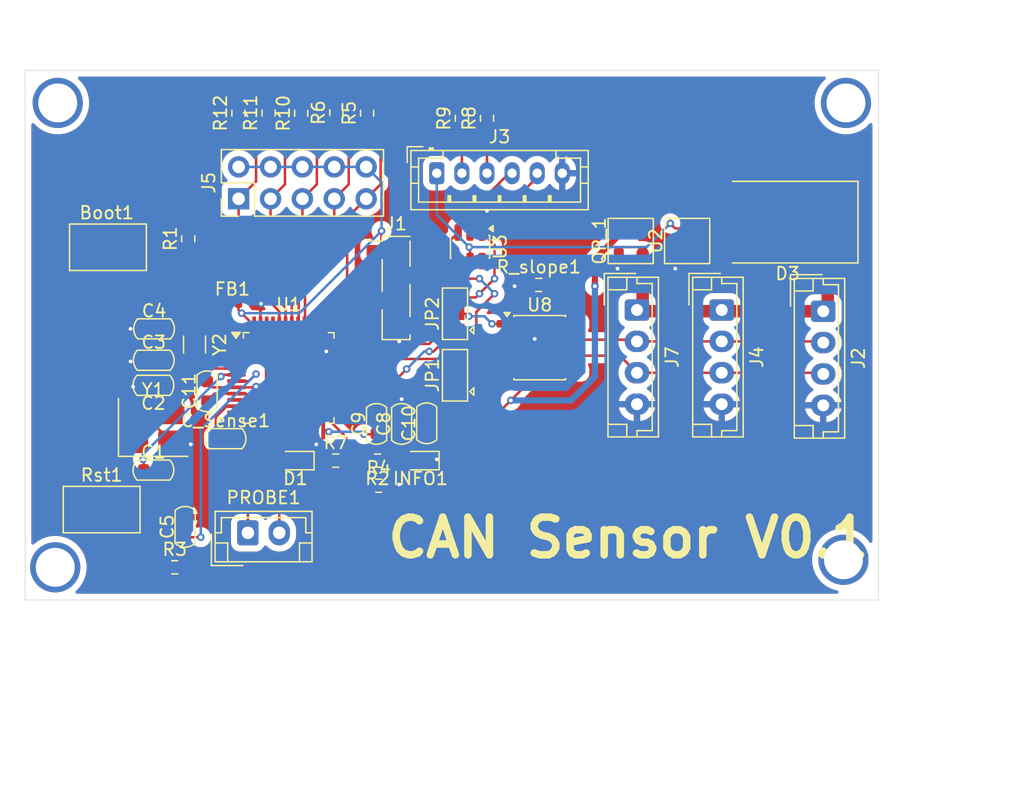
<source format=kicad_pcb>
(kicad_pcb
	(version 20241229)
	(generator "pcbnew")
	(generator_version "9.0")
	(general
		(thickness 1.6)
		(legacy_teardrops no)
	)
	(paper "A4")
	(layers
		(0 "F.Cu" signal)
		(2 "B.Cu" signal)
		(9 "F.Adhes" user "F.Adhesive")
		(11 "B.Adhes" user "B.Adhesive")
		(13 "F.Paste" user)
		(15 "B.Paste" user)
		(5 "F.SilkS" user "F.Silkscreen")
		(7 "B.SilkS" user "B.Silkscreen")
		(1 "F.Mask" user)
		(3 "B.Mask" user)
		(17 "Dwgs.User" user "User.Drawings")
		(19 "Cmts.User" user "User.Comments")
		(21 "Eco1.User" user "User.Eco1")
		(23 "Eco2.User" user "User.Eco2")
		(25 "Edge.Cuts" user)
		(27 "Margin" user)
		(31 "F.CrtYd" user "F.Courtyard")
		(29 "B.CrtYd" user "B.Courtyard")
		(35 "F.Fab" user)
		(33 "B.Fab" user)
		(39 "User.1" user)
		(41 "User.2" user)
		(43 "User.3" user)
		(45 "User.4" user)
	)
	(setup
		(pad_to_mask_clearance 0)
		(allow_soldermask_bridges_in_footprints no)
		(tenting front back)
		(pcbplotparams
			(layerselection 0x00000000_00000000_55555555_5755f5ff)
			(plot_on_all_layers_selection 0x00000000_00000000_00000000_00000000)
			(disableapertmacros no)
			(usegerberextensions no)
			(usegerberattributes yes)
			(usegerberadvancedattributes yes)
			(creategerberjobfile yes)
			(dashed_line_dash_ratio 12.000000)
			(dashed_line_gap_ratio 3.000000)
			(svgprecision 4)
			(plotframeref no)
			(mode 1)
			(useauxorigin no)
			(hpglpennumber 1)
			(hpglpenspeed 20)
			(hpglpendiameter 15.000000)
			(pdf_front_fp_property_popups yes)
			(pdf_back_fp_property_popups yes)
			(pdf_metadata yes)
			(pdf_single_document no)
			(dxfpolygonmode yes)
			(dxfimperialunits yes)
			(dxfusepcbnewfont yes)
			(psnegative no)
			(psa4output no)
			(plot_black_and_white yes)
			(sketchpadsonfab no)
			(plotpadnumbers no)
			(hidednponfab no)
			(sketchdnponfab yes)
			(crossoutdnponfab yes)
			(subtractmaskfromsilk no)
			(outputformat 1)
			(mirror no)
			(drillshape 1)
			(scaleselection 1)
			(outputdirectory "")
		)
	)
	(net 0 "")
	(net 1 "+3V3")
	(net 2 "/VREF")
	(net 3 "Net-(D3-A)")
	(net 4 "GND")
	(net 5 "unconnected-(U1-PB15-Pad28)")
	(net 6 "Net-(J2-Pin_2)")
	(net 7 "/SWDIO")
	(net 8 "Net-(J2-Pin_3)")
	(net 9 "/SWCLK")
	(net 10 "/BOOT")
	(net 11 "Net-(J3-Pin_3)")
	(net 12 "unconnected-(U1-PB10-Pad21)")
	(net 13 "unconnected-(U1-PA10-Pad31)")
	(net 14 "unconnected-(U1-PB8-Pad45)")
	(net 15 "Net-(U1-OSC_IN)")
	(net 16 "CAN_POWER")
	(net 17 "Net-(J3-Pin_2)")
	(net 18 "unconnected-(U1-PC13-Pad2)")
	(net 19 "Net-(U1-OSC_OUT)")
	(net 20 "Net-(U8-Rs)")
	(net 21 "unconnected-(U1-PA7-Pad17)")
	(net 22 "unconnected-(U1-PB12-Pad25)")
	(net 23 "unconnected-(U1-PB14-Pad27)")
	(net 24 "unconnected-(U1-PA15-Pad38)")
	(net 25 "USB_BUS")
	(net 26 "unconnected-(U1-PB9-Pad46)")
	(net 27 "unconnected-(U1-VBAT-Pad1)")
	(net 28 "unconnected-(U1-PB11-Pad22)")
	(net 29 "PB2")
	(net 30 "Net-(U1-PC14)")
	(net 31 "unconnected-(U1-PA5-Pad15)")
	(net 32 "PA11")
	(net 33 "/NRST")
	(net 34 "P_GND")
	(net 35 "C_AB")
	(net 36 "unconnected-(U1-PA0-Pad10)")
	(net 37 "unconnected-(U1-PB13-Pad26)")
	(net 38 "unconnected-(U1-PA6-Pad16)")
	(net 39 "C_1")
	(net 40 "PA12")
	(net 41 "Net-(U1-PC15)")
	(net 42 "TRIG_THRES")
	(net 43 "C_2")
	(net 44 "unconnected-(U1-PA2-Pad12)")
	(net 45 "Q")
	(net 46 "unconnected-(U1-PA4-Pad14)")
	(net 47 "unconnected-(U1-PA3-Pad13)")
	(net 48 "CAN_RX")
	(net 49 "CAN_TX")
	(net 50 "unconnected-(U8-Vref-Pad5)")
	(net 51 "C_4")
	(net 52 "C_8")
	(net 53 "PB9")
	(net 54 "PB8")
	(net 55 "unconnected-(U3-I{slash}O1-Pad6)")
	(net 56 "unconnected-(U3-I{slash}O2-Pad4)")
	(net 57 "Net-(D1-K)")
	(net 58 "Net-(INFO1-A)")
	(footprint "PCM_Package_TO_SOT_SMD_AKL:SOT-23" (layer "F.Cu") (at 150.75 44 90))
	(footprint "Crystal:Crystal_SMD_3225-4Pin_3.2x2.5mm_HandSoldering" (layer "F.Cu") (at 108.2 58.85))
	(footprint "Package_TO_SOT_SMD:SOT-23-6" (layer "F.Cu") (at 133.45 44.4625 -90))
	(footprint "Connector_JST:JST_PH_B6B-PH-K_1x06_P2.00mm_Vertical" (layer "F.Cu") (at 130.8 38.6))
	(footprint "PCM_Capacitor_SMD_AKL:C_0603_1608Metric" (layer "F.Cu") (at 130 58.525 90))
	(footprint "Resistor_SMD:R_0603_1608Metric" (layer "F.Cu") (at 138.925 47.5))
	(footprint "Crystal:Crystal_SMD_3215-2Pin_3.2x1.5mm" (layer "F.Cu") (at 111.5 52.25 -90))
	(footprint "Resistor_SMD:R_0603_1608Metric" (layer "F.Cu") (at 120 33.825 90))
	(footprint "Connector_JST:JST_EH_B4B-EH-A_1x04_P2.50mm_Vertical" (layer "F.Cu") (at 161.591055 49.595674 -90))
	(footprint "Connector_JST:JST_EH_B4B-EH-A_1x04_P2.50mm_Vertical" (layer "F.Cu") (at 153.5 49.5 -90))
	(footprint "PCM_Capacitor_SMD_AKL:C_0603_1608Metric" (layer "F.Cu") (at 108.275 51))
	(footprint "Resistor_SMD:R_0603_1608Metric" (layer "F.Cu") (at 109.925 70))
	(footprint "Jumper:SolderJumper-3_P1.3mm_Bridged12_Pad1.0x1.5mm" (layer "F.Cu") (at 132.25 49.8 90))
	(footprint "LED_SMD:LED_0603_1608Metric" (layer "F.Cu") (at 129.5 61.5 180))
	(footprint "PCM_Package_TO_SOT_SMD_AKL:SOT-23" (layer "F.Cu") (at 146.25 44 90))
	(footprint "PCM_Capacitor_SMD_AKL:C_0603_1608Metric" (layer "F.Cu") (at 108.25 53.5))
	(footprint "Button_Switch_SMD:SW_SPST_CK_RS282G05A3" (layer "F.Cu") (at 104.1 65.4 180))
	(footprint "LED_SMD:LED_0603_1608Metric" (layer "F.Cu") (at 119.5375 61.5 180))
	(footprint "PCM_Capacitor_SMD_AKL:C_0603_1608Metric" (layer "F.Cu") (at 112.5 55.975 90))
	(footprint "Diode_SMD:D_SMB-SMC_Universal_Handsoldering"
		(layer "F.Cu")
		(uuid "77f99f7b-c3ff-4878-b597-4286d4ef0d01")
		(at 158.75 42.5 180)
		(descr "Diode, Universal, SMB(DO-214AA) or SMC (DO-214AB), Handsoldering,")
		(tags "Diode Universal SMB(DO-214AA) SMC (DO-214AB) Handsoldering ")
		(property "Reference" "D3"
			(at 0 -4.1 0)
			(layer "F.SilkS")
			(uuid "cad71543-730d-4757-80d5-52758300b98a")
			(effects
				(font
					(size 1 1)
					(thickness 0.15)
				)
			)
		)
		(property "Value" "S3MB"
			(at 0 4.1 0)
			(layer "F.Fab")
			(uuid "4f747d5c-24b1-4f5b-9431-e712f2691017")
			(effects
				(font
					(size 1 1)
					(thickness 0.15)
				)
			)
		)
		(property "Datasheet" "~"
			(at 0 0 180)
			(unlocked yes)
			(layer "F.Fab")
			(hide yes)
			(uuid "13190ec5-b2fd-4dbe-b2a7-589fbdf056a4")
			(effects
				(font
					(size 1.27 1.27)
					(thickness 0.15)
				)
			)
		)
		(property "Description" "Diode"
			(at 0 0 180)
			(unlocked yes)
			(layer "F.Fab")
			(hide yes)
			(uuid "48e0a280-30e6-4356-ab70-551eae38170c")
			(effects
				(font
					(size 1.27 1.27)
					(thickness 0.15)
				)
			)
		)
		(property "LCSC" "C18199102"
			(at 0 0 180)
			(unlocked yes)
			(layer "F.Fab")
			(hide yes)
			(uuid "5ae4c4a7-7203-4dab-a93a-c9c64f1cb4d8")
			(effects
				(font
					(size 1 1)
					(thickness 0.15)
				)
			)
		)
		(property "Stock" "24042"
			(at 0 0 180)
			(unlocked yes)
			(layer "F.Fab")
			(hide yes)
			(uuid "0d4cc913-397e-408c-b2a2-ab46bfd295ad")
			(effects
				(font
					(size 1 1)
					(thickness 0.15)
				)
			)
		)
		(property "Price" "0.024USD"
			(at 0 0 180)
			(unlocked yes)
			(layer "F.Fab")
			(hide yes)
			(uuid "f741c924-fe91-425d-a4f9-47fe5d484773")
			(effects
				(font
					(size 1 1)
					(thickness 0.15)
				)
			)
		)
		(property "Process" "SMT"
			(at 0 0 180)
			(unlocked yes)
			(layer "F.Fab")
			(hide yes)
			(uuid "9836ac44-4da8-4196-aa1c-891ef5455c9f")
			(effects
				(font
					(size 1 1)
					(thickness 0.15)
				)
			)
		)
		(property "Minimum Qty" "5"
			(at 0 0 180)
			(unlocked yes)
			(layer "F.Fab")
			(hide yes)
			(uuid "13a25f13-b03c-414b-a38d-86efd0f6be30")
			(effects
				(font
					(size 1 1)
					(thickness 0.15)
				)
			)
		)
		(property "Attrition Qty" "2"
			(at 0 0 180)
			(unlocked yes)
			(layer "F.Fab")
			(hide yes)
			(uuid "6e3dabf8-287b-413a-b286-0e790ed13637")
			(effects
				(font
					(size 1 1)
					(thickness 0.15)
				)
			)
		)
		(property "Class" "Preferred Component"
			(at 0 0 180)
			(unlocked yes)
			(layer "F.Fab")
			(hide yes)
			(uuid "1b97b85f-7f8f-4d28-bfef-12a7aae5bd86")
			(effects
				(font
					(size 1 1)
					(thickness 0.15)
				)
			)
		)
		(property "Category" "Diodes,Diodes - General Purpose"
			(at 0 0 180)
			(unlocked yes)
			(layer "F.Fab")
			(hide yes)
			(uuid "1f8362ba-38c2-4254-a217-c855261369f3")
			(effects
				(font
					(size 1 1)
					(thickness 0.15)
				)
			)
		)
		(property "Manufacturer" "hongjiacheng"
			(at 0 0 180)
			(unlocked yes)
			(layer "F.Fab")
			(hide yes)
			(uuid "c9cdd39e-84bd-461f-aea6-462ed905b019")
			(effects
				(font
					(size 1 1)
					(thickness 0.15)
				)
			)
		)
		(property "Part" "S3MB"
			(at 0 0 180)
			(unlocked yes)
			(layer "F.Fab")
			(hide yes)
			(uuid "290b4841-185a-4db9-8625-bbeecfe3ca6d")
			(effects
				(font
					(size 1 1)
					(thickness 0.15)
				)
			)
		)
		(property "Rectified Current" "3A"
			(at 0 0 180)
			(unlocked yes)
			(layer "F.Fab")
			(hide yes)
			(uuid "ccad97b2-290e-48b6-b0cd-ddd27d467c49")
			(effects
				(font
					(size 1 1)
					(thickness 0.15)
				)
			)
		)
		(property "Forward Voltage (Vf@If)" "1V@3A"
			(at 0 0 180)
			(unlocked yes)
			(layer "F.Fab")
			(hide yes)
			(uuid "f81ad4fd-1795-41a1-9b07-e3862b3c0de5")
			(effects
				(font
					(size 1 1)
					(thickness 0.15)
				)
			)
		)
		(property "Reverse Voltage (Vr)" "1kV"
			(at 0 0 180)
			(unlocked yes)
			(layer "F.Fab")
			(hide yes)
			(uuid "11978a2b-8dcf-43b5-845f-2df909dd4
... [524089 chars truncated]
</source>
